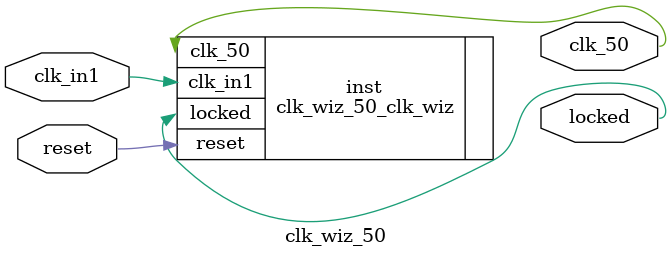
<source format=v>


`timescale 1ps/1ps

(* CORE_GENERATION_INFO = "clk_wiz_50,clk_wiz_v6_0_6_0_0,{component_name=clk_wiz_50,use_phase_alignment=true,use_min_o_jitter=false,use_max_i_jitter=false,use_dyn_phase_shift=false,use_inclk_switchover=false,use_dyn_reconfig=false,enable_axi=0,feedback_source=FDBK_AUTO,PRIMITIVE=MMCM,num_out_clk=1,clkin1_period=10.000,clkin2_period=10.000,use_power_down=false,use_reset=true,use_locked=true,use_inclk_stopped=false,feedback_type=SINGLE,CLOCK_MGR_TYPE=NA,manual_override=false}" *)

module clk_wiz_50 
 (
  // Clock out ports
  output        clk_50,
  // Status and control signals
  input         reset,
  output        locked,
 // Clock in ports
  input         clk_in1
 );

  clk_wiz_50_clk_wiz inst
  (
  // Clock out ports  
  .clk_50(clk_50),
  // Status and control signals               
  .reset(reset), 
  .locked(locked),
 // Clock in ports
  .clk_in1(clk_in1)
  );

endmodule

</source>
